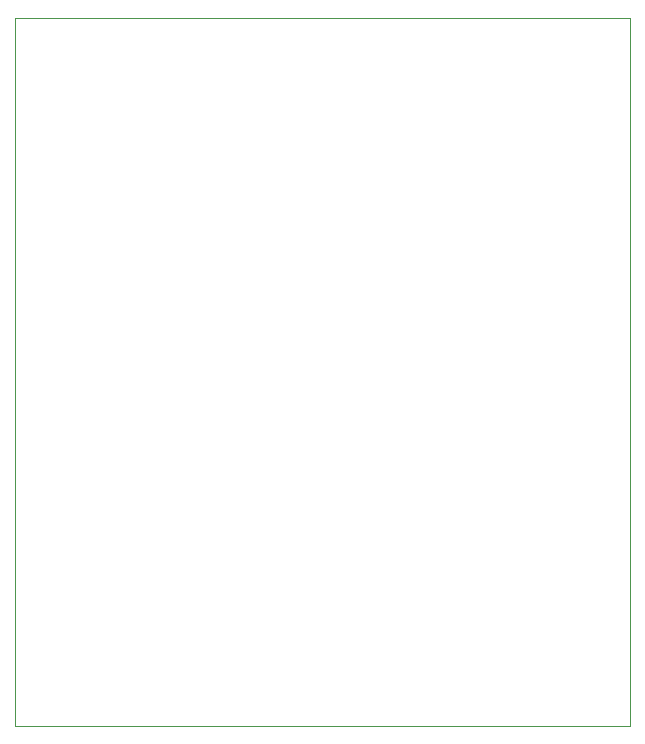
<source format=gbr>
%FSLAX34Y34*%
%MOMM*%
%LNOUTLINE*%
G71*
G01*
%ADD10C,0.002*%
%LPD*%
G54D10*
X0Y1000000D02*
X520000Y1000000D01*
X520000Y400000D01*
X0Y400000D01*
X0Y1000000D01*
M02*

</source>
